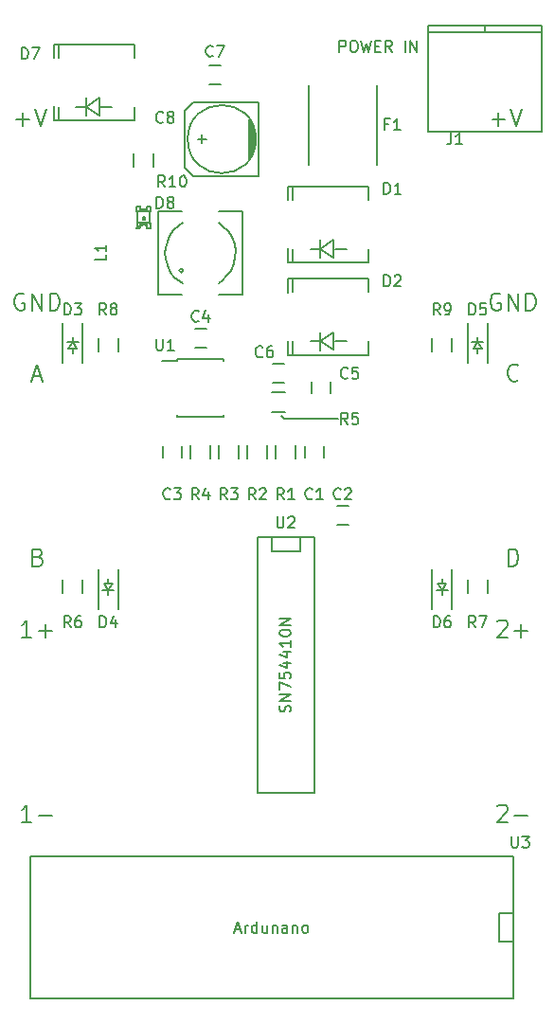
<source format=gto>
G04 #@! TF.FileFunction,Legend,Top*
%FSLAX46Y46*%
G04 Gerber Fmt 4.6, Leading zero omitted, Abs format (unit mm)*
G04 Created by KiCad (PCBNEW 0.201508110901+6083~28~ubuntu14.04.1-product) date jue 10 sep 2015 21:39:29 CEST*
%MOMM*%
G01*
G04 APERTURE LIST*
%ADD10C,0.101600*%
%ADD11C,0.203200*%
%ADD12C,0.200000*%
%ADD13C,0.150000*%
%ADD14C,0.152400*%
G04 APERTURE END LIST*
D10*
D11*
X173246143Y-119960571D02*
X173318714Y-119888000D01*
X173463857Y-119815429D01*
X173826714Y-119815429D01*
X173971857Y-119888000D01*
X174044428Y-119960571D01*
X174117000Y-120105714D01*
X174117000Y-120250857D01*
X174044428Y-120468571D01*
X173173571Y-121339429D01*
X174117000Y-121339429D01*
X174770143Y-120758857D02*
X175931286Y-120758857D01*
X173246143Y-103450571D02*
X173318714Y-103378000D01*
X173463857Y-103305429D01*
X173826714Y-103305429D01*
X173971857Y-103378000D01*
X174044428Y-103450571D01*
X174117000Y-103595714D01*
X174117000Y-103740857D01*
X174044428Y-103958571D01*
X173173571Y-104829429D01*
X174117000Y-104829429D01*
X174770143Y-104248857D02*
X175931286Y-104248857D01*
X175350715Y-104829429D02*
X175350715Y-103668286D01*
X131572000Y-121339429D02*
X130701143Y-121339429D01*
X131136571Y-121339429D02*
X131136571Y-119815429D01*
X130991428Y-120033143D01*
X130846286Y-120178286D01*
X130701143Y-120250857D01*
X132225143Y-120758857D02*
X133386286Y-120758857D01*
X131572000Y-104829429D02*
X130701143Y-104829429D01*
X131136571Y-104829429D02*
X131136571Y-103305429D01*
X130991428Y-103523143D01*
X130846286Y-103668286D01*
X130701143Y-103740857D01*
X132225143Y-104248857D02*
X133386286Y-104248857D01*
X132805715Y-104829429D02*
X132805715Y-103668286D01*
X130211286Y-58528857D02*
X131372429Y-58528857D01*
X130791858Y-59109429D02*
X130791858Y-57948286D01*
X131880429Y-57585429D02*
X132388429Y-59109429D01*
X132896429Y-57585429D01*
X172756286Y-58528857D02*
X173917429Y-58528857D01*
X173336858Y-59109429D02*
X173336858Y-57948286D01*
X174425429Y-57585429D02*
X174933429Y-59109429D01*
X175441429Y-57585429D01*
X173463858Y-74168000D02*
X173318715Y-74095429D01*
X173101001Y-74095429D01*
X172883286Y-74168000D01*
X172738144Y-74313143D01*
X172665572Y-74458286D01*
X172593001Y-74748571D01*
X172593001Y-74966286D01*
X172665572Y-75256571D01*
X172738144Y-75401714D01*
X172883286Y-75546857D01*
X173101001Y-75619429D01*
X173246144Y-75619429D01*
X173463858Y-75546857D01*
X173536429Y-75474286D01*
X173536429Y-74966286D01*
X173246144Y-74966286D01*
X174189572Y-75619429D02*
X174189572Y-74095429D01*
X175060429Y-75619429D01*
X175060429Y-74095429D01*
X175786143Y-75619429D02*
X175786143Y-74095429D01*
X176149000Y-74095429D01*
X176366715Y-74168000D01*
X176511857Y-74313143D01*
X176584429Y-74458286D01*
X176657000Y-74748571D01*
X176657000Y-74966286D01*
X176584429Y-75256571D01*
X176511857Y-75401714D01*
X176366715Y-75546857D01*
X176149000Y-75619429D01*
X175786143Y-75619429D01*
X130918858Y-74168000D02*
X130773715Y-74095429D01*
X130556001Y-74095429D01*
X130338286Y-74168000D01*
X130193144Y-74313143D01*
X130120572Y-74458286D01*
X130048001Y-74748571D01*
X130048001Y-74966286D01*
X130120572Y-75256571D01*
X130193144Y-75401714D01*
X130338286Y-75546857D01*
X130556001Y-75619429D01*
X130701144Y-75619429D01*
X130918858Y-75546857D01*
X130991429Y-75474286D01*
X130991429Y-74966286D01*
X130701144Y-74966286D01*
X131644572Y-75619429D02*
X131644572Y-74095429D01*
X132515429Y-75619429D01*
X132515429Y-74095429D01*
X133241143Y-75619429D02*
X133241143Y-74095429D01*
X133604000Y-74095429D01*
X133821715Y-74168000D01*
X133966857Y-74313143D01*
X134039429Y-74458286D01*
X134112000Y-74748571D01*
X134112000Y-74966286D01*
X134039429Y-75256571D01*
X133966857Y-75401714D01*
X133821715Y-75546857D01*
X133604000Y-75619429D01*
X133241143Y-75619429D01*
X175096714Y-81824286D02*
X175024143Y-81896857D01*
X174806429Y-81969429D01*
X174661286Y-81969429D01*
X174443571Y-81896857D01*
X174298429Y-81751714D01*
X174225857Y-81606571D01*
X174153286Y-81316286D01*
X174153286Y-81098571D01*
X174225857Y-80808286D01*
X174298429Y-80663143D01*
X174443571Y-80518000D01*
X174661286Y-80445429D01*
X174806429Y-80445429D01*
X175024143Y-80518000D01*
X175096714Y-80590571D01*
X174225857Y-98479429D02*
X174225857Y-96955429D01*
X174588714Y-96955429D01*
X174806429Y-97028000D01*
X174951571Y-97173143D01*
X175024143Y-97318286D01*
X175096714Y-97608571D01*
X175096714Y-97826286D01*
X175024143Y-98116571D01*
X174951571Y-98261714D01*
X174806429Y-98406857D01*
X174588714Y-98479429D01*
X174225857Y-98479429D01*
X132188857Y-97681143D02*
X132406571Y-97753714D01*
X132479143Y-97826286D01*
X132551714Y-97971429D01*
X132551714Y-98189143D01*
X132479143Y-98334286D01*
X132406571Y-98406857D01*
X132261429Y-98479429D01*
X131680857Y-98479429D01*
X131680857Y-96955429D01*
X132188857Y-96955429D01*
X132334000Y-97028000D01*
X132406571Y-97100571D01*
X132479143Y-97245714D01*
X132479143Y-97390857D01*
X132406571Y-97536000D01*
X132334000Y-97608571D01*
X132188857Y-97681143D01*
X131680857Y-97681143D01*
X131717143Y-81534000D02*
X132442857Y-81534000D01*
X131572000Y-81969429D02*
X132080000Y-80445429D01*
X132588000Y-81969429D01*
D12*
X154178000Y-85344000D02*
X159004000Y-85344000D01*
X153924000Y-85090000D02*
X154178000Y-85344000D01*
D13*
X174625000Y-137160000D02*
X131445000Y-137160000D01*
X131445000Y-137160000D02*
X131445000Y-124460000D01*
X131445000Y-124460000D02*
X174625000Y-124460000D01*
X174625000Y-124460000D02*
X174625000Y-137160000D01*
X174625000Y-129540000D02*
X173355000Y-129540000D01*
X173355000Y-129540000D02*
X173355000Y-132080000D01*
X173355000Y-132080000D02*
X174625000Y-132080000D01*
X157695000Y-88765000D02*
X157695000Y-87765000D01*
X155995000Y-87765000D02*
X155995000Y-88765000D01*
X159885000Y-93130000D02*
X158885000Y-93130000D01*
X158885000Y-94830000D02*
X159885000Y-94830000D01*
X144995000Y-88765000D02*
X144995000Y-87765000D01*
X143295000Y-87765000D02*
X143295000Y-88765000D01*
X146185000Y-78955000D02*
X147185000Y-78955000D01*
X147185000Y-77255000D02*
X146185000Y-77255000D01*
X156630000Y-82050000D02*
X156630000Y-83050000D01*
X158330000Y-83050000D02*
X158330000Y-82050000D01*
X154170000Y-80430000D02*
X153170000Y-80430000D01*
X153170000Y-82130000D02*
X154170000Y-82130000D01*
X148455000Y-53760000D02*
X147455000Y-53760000D01*
X147455000Y-55460000D02*
X148455000Y-55460000D01*
X151511000Y-61087000D02*
X151511000Y-59563000D01*
X151384000Y-59182000D02*
X151384000Y-61468000D01*
X151257000Y-61722000D02*
X151257000Y-58928000D01*
X151130000Y-58674000D02*
X151130000Y-61976000D01*
X151003000Y-62103000D02*
X151003000Y-58547000D01*
X151638000Y-60325000D02*
G75*
G03X151638000Y-60325000I-3048000J0D01*
G01*
X151892000Y-63627000D02*
X151892000Y-57023000D01*
X151892000Y-57023000D02*
X146050000Y-57023000D01*
X146050000Y-57023000D02*
X145288000Y-57785000D01*
X145288000Y-57785000D02*
X145288000Y-62865000D01*
X145288000Y-62865000D02*
X146050000Y-63627000D01*
X146050000Y-63627000D02*
X151892000Y-63627000D01*
X146431000Y-60325000D02*
X147193000Y-60325000D01*
X146812000Y-60706000D02*
X146812000Y-59944000D01*
X157419040Y-70144640D02*
X156517340Y-70144640D01*
X158716980Y-70144640D02*
X159715200Y-70144640D01*
X154965540Y-71346060D02*
X154965540Y-70144640D01*
X154965540Y-64543940D02*
X154965540Y-65745360D01*
X161714180Y-71346060D02*
X161714180Y-70144640D01*
X161714180Y-64543940D02*
X161714180Y-65745360D01*
X154515820Y-71346060D02*
X154515820Y-70093840D01*
X154515820Y-64543940D02*
X154515820Y-65796160D01*
X157419040Y-69344540D02*
X157419040Y-70944740D01*
X158567120Y-70893940D02*
X158567120Y-69344540D01*
X157416500Y-70144640D02*
X158567120Y-70893940D01*
X157419040Y-70144640D02*
X158569660Y-69344540D01*
X154515820Y-71346060D02*
X161714180Y-71346060D01*
X154515820Y-64543940D02*
X161714180Y-64543940D01*
X157419040Y-78399640D02*
X156517340Y-78399640D01*
X158716980Y-78399640D02*
X159715200Y-78399640D01*
X154965540Y-79601060D02*
X154965540Y-78399640D01*
X154965540Y-72798940D02*
X154965540Y-74000360D01*
X161714180Y-79601060D02*
X161714180Y-78399640D01*
X161714180Y-72798940D02*
X161714180Y-74000360D01*
X154515820Y-79601060D02*
X154515820Y-78348840D01*
X154515820Y-72798940D02*
X154515820Y-74051160D01*
X157419040Y-77599540D02*
X157419040Y-79199740D01*
X158567120Y-79148940D02*
X158567120Y-77599540D01*
X157416500Y-78399640D02*
X158567120Y-79148940D01*
X157419040Y-78399640D02*
X158569660Y-77599540D01*
X154515820Y-79601060D02*
X161714180Y-79601060D01*
X154515820Y-72798940D02*
X161714180Y-72798940D01*
X135255000Y-79057500D02*
X135255000Y-79438500D01*
X135255000Y-78041500D02*
X135255000Y-78422500D01*
X135255000Y-78422500D02*
X135636000Y-79057500D01*
X135636000Y-79057500D02*
X134874000Y-79057500D01*
X134874000Y-79057500D02*
X135255000Y-78422500D01*
X135763000Y-78422500D02*
X134747000Y-78422500D01*
X134355000Y-76740000D02*
X134355000Y-80280000D01*
X136155000Y-76740000D02*
X136155000Y-80280000D01*
X138430000Y-100012500D02*
X138430000Y-99631500D01*
X138430000Y-101028500D02*
X138430000Y-100647500D01*
X138430000Y-100647500D02*
X138049000Y-100012500D01*
X138049000Y-100012500D02*
X138811000Y-100012500D01*
X138811000Y-100012500D02*
X138430000Y-100647500D01*
X137922000Y-100647500D02*
X138938000Y-100647500D01*
X139330000Y-102330000D02*
X139330000Y-98790000D01*
X137530000Y-102330000D02*
X137530000Y-98790000D01*
X171450000Y-79057500D02*
X171450000Y-79438500D01*
X171450000Y-78041500D02*
X171450000Y-78422500D01*
X171450000Y-78422500D02*
X171831000Y-79057500D01*
X171831000Y-79057500D02*
X171069000Y-79057500D01*
X171069000Y-79057500D02*
X171450000Y-78422500D01*
X171958000Y-78422500D02*
X170942000Y-78422500D01*
X170550000Y-76740000D02*
X170550000Y-80280000D01*
X172350000Y-76740000D02*
X172350000Y-80280000D01*
X168275000Y-100012500D02*
X168275000Y-99631500D01*
X168275000Y-101028500D02*
X168275000Y-100647500D01*
X168275000Y-100647500D02*
X167894000Y-100012500D01*
X167894000Y-100012500D02*
X168656000Y-100012500D01*
X168656000Y-100012500D02*
X168275000Y-100647500D01*
X167767000Y-100647500D02*
X168783000Y-100647500D01*
X169175000Y-102330000D02*
X169175000Y-98790000D01*
X167375000Y-102330000D02*
X167375000Y-98790000D01*
X136464040Y-57444640D02*
X135562340Y-57444640D01*
X137761980Y-57444640D02*
X138760200Y-57444640D01*
X134010540Y-58646060D02*
X134010540Y-57444640D01*
X134010540Y-51843940D02*
X134010540Y-53045360D01*
X140759180Y-58646060D02*
X140759180Y-57444640D01*
X140759180Y-51843940D02*
X140759180Y-53045360D01*
X133560820Y-58646060D02*
X133560820Y-57393840D01*
X133560820Y-51843940D02*
X133560820Y-53096160D01*
X136464040Y-56644540D02*
X136464040Y-58244740D01*
X137612120Y-58193940D02*
X137612120Y-56644540D01*
X136461500Y-57444640D02*
X137612120Y-58193940D01*
X136464040Y-57444640D02*
X137614660Y-56644540D01*
X133560820Y-58646060D02*
X140759180Y-58646060D01*
X133560820Y-51843940D02*
X140759180Y-51843940D01*
X162433000Y-55499000D02*
X162433000Y-62611000D01*
X156337000Y-55499000D02*
X156337000Y-62611000D01*
X145114581Y-72085200D02*
G75*
G03X145114581Y-72085200I-179641J0D01*
G01*
X148285200Y-73235820D02*
X148635720Y-72984360D01*
X148635720Y-72984360D02*
X149034500Y-72534780D01*
X149034500Y-72534780D02*
X149385020Y-72085200D01*
X149385020Y-72085200D02*
X149684740Y-71434960D01*
X149684740Y-71434960D02*
X149783800Y-70835520D01*
X149783800Y-70835520D02*
X149834600Y-70335140D01*
X149834600Y-70335140D02*
X149735540Y-69735700D01*
X149735540Y-69735700D02*
X149484080Y-69085460D01*
X149484080Y-69085460D02*
X149136100Y-68534280D01*
X149136100Y-68534280D02*
X148683980Y-68084700D01*
X148683980Y-68084700D02*
X148285200Y-67784980D01*
X145084800Y-67784980D02*
X144734280Y-68033900D01*
X144734280Y-68033900D02*
X144284700Y-68486020D01*
X144284700Y-68486020D02*
X143934180Y-68983860D01*
X143934180Y-68983860D02*
X143736060Y-69484240D01*
X143736060Y-69484240D02*
X143586200Y-70086220D01*
X143586200Y-70086220D02*
X143535400Y-70485000D01*
X143535400Y-70485000D02*
X143586200Y-71036180D01*
X143586200Y-71036180D02*
X143736060Y-71635620D01*
X143736060Y-71635620D02*
X144035780Y-72235060D01*
X144035780Y-72235060D02*
X144383760Y-72684640D01*
X144383760Y-72684640D02*
X144835880Y-73035160D01*
X144835880Y-73035160D02*
X145084800Y-73235820D01*
X142935960Y-66735960D02*
X145034000Y-66735960D01*
X148336000Y-74234040D02*
X150434040Y-74234040D01*
X150434040Y-74234040D02*
X150434040Y-66735960D01*
X150434040Y-66735960D02*
X148336000Y-66735960D01*
X142935960Y-66735960D02*
X142935960Y-74234040D01*
X142935960Y-74234040D02*
X145034000Y-74234040D01*
X153430000Y-88865000D02*
X153430000Y-87665000D01*
X155180000Y-87665000D02*
X155180000Y-88865000D01*
X152640000Y-87665000D02*
X152640000Y-88865000D01*
X150890000Y-88865000D02*
X150890000Y-87665000D01*
X150100000Y-87665000D02*
X150100000Y-88865000D01*
X148350000Y-88865000D02*
X148350000Y-87665000D01*
X145810000Y-88865000D02*
X145810000Y-87665000D01*
X147560000Y-87665000D02*
X147560000Y-88865000D01*
X154270000Y-84695000D02*
X153070000Y-84695000D01*
X153070000Y-82945000D02*
X154270000Y-82945000D01*
X134380000Y-100930000D02*
X134380000Y-99730000D01*
X136130000Y-99730000D02*
X136130000Y-100930000D01*
X170575000Y-100930000D02*
X170575000Y-99730000D01*
X172325000Y-99730000D02*
X172325000Y-100930000D01*
X139305000Y-78140000D02*
X139305000Y-79340000D01*
X137555000Y-79340000D02*
X137555000Y-78140000D01*
X169150000Y-78140000D02*
X169150000Y-79340000D01*
X167400000Y-79340000D02*
X167400000Y-78140000D01*
X144610000Y-79975000D02*
X144610000Y-80120000D01*
X148760000Y-79975000D02*
X148760000Y-80120000D01*
X148760000Y-85125000D02*
X148760000Y-84980000D01*
X144610000Y-85125000D02*
X144610000Y-84980000D01*
X144610000Y-79975000D02*
X148760000Y-79975000D01*
X144610000Y-85125000D02*
X148760000Y-85125000D01*
X144610000Y-80120000D02*
X143210000Y-80120000D01*
X155575000Y-95885000D02*
X155575000Y-95885000D01*
X155575000Y-95885000D02*
X155575000Y-97155000D01*
X155575000Y-97155000D02*
X153035000Y-97155000D01*
X153035000Y-97155000D02*
X153035000Y-95885000D01*
X156845000Y-95885000D02*
X156845000Y-118745000D01*
X156845000Y-118745000D02*
X151765000Y-118745000D01*
X151765000Y-118745000D02*
X151765000Y-95885000D01*
X151765000Y-95885000D02*
X156845000Y-95885000D01*
X141904720Y-67807840D02*
X142229840Y-67807840D01*
X142229840Y-67807840D02*
X142229840Y-68308220D01*
X141904720Y-68308220D02*
X142229840Y-68308220D01*
X141904720Y-67807840D02*
X141904720Y-68308220D01*
X141282420Y-67807840D02*
X141432280Y-67807840D01*
X141432280Y-67807840D02*
X141432280Y-68059300D01*
X141282420Y-68059300D02*
X141432280Y-68059300D01*
X141282420Y-67807840D02*
X141282420Y-68059300D01*
X141777720Y-67807840D02*
X141927580Y-67807840D01*
X141927580Y-67807840D02*
X141927580Y-68059300D01*
X141777720Y-68059300D02*
X141927580Y-68059300D01*
X141777720Y-67807840D02*
X141777720Y-68059300D01*
X141406880Y-67807840D02*
X141803120Y-67807840D01*
X141803120Y-67807840D02*
X141803120Y-67983100D01*
X141406880Y-67983100D02*
X141803120Y-67983100D01*
X141406880Y-67807840D02*
X141406880Y-67983100D01*
X141904720Y-66311780D02*
X142229840Y-66311780D01*
X142229840Y-66311780D02*
X142229840Y-66812160D01*
X141904720Y-66812160D02*
X142229840Y-66812160D01*
X141904720Y-66311780D02*
X141904720Y-66812160D01*
X140980160Y-66311780D02*
X141305280Y-66311780D01*
X141305280Y-66311780D02*
X141305280Y-66812160D01*
X140980160Y-66812160D02*
X141305280Y-66812160D01*
X140980160Y-66311780D02*
X140980160Y-66812160D01*
X141777720Y-66560700D02*
X141927580Y-66560700D01*
X141927580Y-66560700D02*
X141927580Y-66812160D01*
X141777720Y-66812160D02*
X141927580Y-66812160D01*
X141777720Y-66560700D02*
X141777720Y-66812160D01*
X141282420Y-66560700D02*
X141432280Y-66560700D01*
X141432280Y-66560700D02*
X141432280Y-66812160D01*
X141282420Y-66812160D02*
X141432280Y-66812160D01*
X141282420Y-66560700D02*
X141282420Y-66812160D01*
X141406880Y-66636900D02*
X141803120Y-66636900D01*
X141803120Y-66636900D02*
X141803120Y-66812160D01*
X141406880Y-66812160D02*
X141803120Y-66812160D01*
X141406880Y-66636900D02*
X141406880Y-66812160D01*
X141505940Y-67310000D02*
X141704060Y-67310000D01*
X141704060Y-67310000D02*
X141704060Y-67508120D01*
X141505940Y-67508120D02*
X141704060Y-67508120D01*
X141505940Y-67310000D02*
X141505940Y-67508120D01*
X141005560Y-67807840D02*
X141305280Y-67807840D01*
X141305280Y-67807840D02*
X141305280Y-68107560D01*
X141005560Y-68107560D02*
X141305280Y-68107560D01*
X141005560Y-67807840D02*
X141005560Y-68107560D01*
X140980160Y-68234560D02*
X141206220Y-68234560D01*
X141206220Y-68234560D02*
X141206220Y-68308220D01*
X140980160Y-68308220D02*
X141206220Y-68308220D01*
X140980160Y-68234560D02*
X140980160Y-68308220D01*
X142179040Y-67833240D02*
X142179040Y-66786760D01*
X141030960Y-66812160D02*
X141030960Y-68234560D01*
X141227262Y-68158360D02*
G75*
G03X141227262Y-68158360I-71842J0D01*
G01*
X141257020Y-68308220D02*
G75*
G02X141952980Y-68308220I347980J0D01*
G01*
X141952980Y-66311780D02*
G75*
G02X141257020Y-66311780I-347980J0D01*
G01*
X140730000Y-62830000D02*
X140730000Y-61630000D01*
X142480000Y-61630000D02*
X142480000Y-62830000D01*
D14*
X177165000Y-50165000D02*
X177165000Y-59690000D01*
X167005000Y-59690000D02*
X167005000Y-50165000D01*
X177165000Y-59690000D02*
X167005000Y-59690000D01*
X177165000Y-50800000D02*
X167005000Y-50800000D01*
X177165000Y-50165000D02*
X167005000Y-50165000D01*
X172085000Y-50800000D02*
X172085000Y-50165000D01*
D13*
X174498095Y-122642381D02*
X174498095Y-123451905D01*
X174545714Y-123547143D01*
X174593333Y-123594762D01*
X174688571Y-123642381D01*
X174879048Y-123642381D01*
X174974286Y-123594762D01*
X175021905Y-123547143D01*
X175069524Y-123451905D01*
X175069524Y-122642381D01*
X175450476Y-122642381D02*
X176069524Y-122642381D01*
X175736190Y-123023333D01*
X175879048Y-123023333D01*
X175974286Y-123070952D01*
X176021905Y-123118571D01*
X176069524Y-123213810D01*
X176069524Y-123451905D01*
X176021905Y-123547143D01*
X175974286Y-123594762D01*
X175879048Y-123642381D01*
X175593333Y-123642381D01*
X175498095Y-123594762D01*
X175450476Y-123547143D01*
X149773095Y-130976667D02*
X150249286Y-130976667D01*
X149677857Y-131262381D02*
X150011190Y-130262381D01*
X150344524Y-131262381D01*
X150677857Y-131262381D02*
X150677857Y-130595714D01*
X150677857Y-130786190D02*
X150725476Y-130690952D01*
X150773095Y-130643333D01*
X150868333Y-130595714D01*
X150963572Y-130595714D01*
X151725477Y-131262381D02*
X151725477Y-130262381D01*
X151725477Y-131214762D02*
X151630239Y-131262381D01*
X151439762Y-131262381D01*
X151344524Y-131214762D01*
X151296905Y-131167143D01*
X151249286Y-131071905D01*
X151249286Y-130786190D01*
X151296905Y-130690952D01*
X151344524Y-130643333D01*
X151439762Y-130595714D01*
X151630239Y-130595714D01*
X151725477Y-130643333D01*
X152630239Y-130595714D02*
X152630239Y-131262381D01*
X152201667Y-130595714D02*
X152201667Y-131119524D01*
X152249286Y-131214762D01*
X152344524Y-131262381D01*
X152487382Y-131262381D01*
X152582620Y-131214762D01*
X152630239Y-131167143D01*
X153106429Y-130595714D02*
X153106429Y-131262381D01*
X153106429Y-130690952D02*
X153154048Y-130643333D01*
X153249286Y-130595714D01*
X153392144Y-130595714D01*
X153487382Y-130643333D01*
X153535001Y-130738571D01*
X153535001Y-131262381D01*
X154439763Y-131262381D02*
X154439763Y-130738571D01*
X154392144Y-130643333D01*
X154296906Y-130595714D01*
X154106429Y-130595714D01*
X154011191Y-130643333D01*
X154439763Y-131214762D02*
X154344525Y-131262381D01*
X154106429Y-131262381D01*
X154011191Y-131214762D01*
X153963572Y-131119524D01*
X153963572Y-131024286D01*
X154011191Y-130929048D01*
X154106429Y-130881429D01*
X154344525Y-130881429D01*
X154439763Y-130833810D01*
X154915953Y-130595714D02*
X154915953Y-131262381D01*
X154915953Y-130690952D02*
X154963572Y-130643333D01*
X155058810Y-130595714D01*
X155201668Y-130595714D01*
X155296906Y-130643333D01*
X155344525Y-130738571D01*
X155344525Y-131262381D01*
X155963572Y-131262381D02*
X155868334Y-131214762D01*
X155820715Y-131167143D01*
X155773096Y-131071905D01*
X155773096Y-130786190D01*
X155820715Y-130690952D01*
X155868334Y-130643333D01*
X155963572Y-130595714D01*
X156106430Y-130595714D01*
X156201668Y-130643333D01*
X156249287Y-130690952D01*
X156296906Y-130786190D01*
X156296906Y-131071905D01*
X156249287Y-131167143D01*
X156201668Y-131214762D01*
X156106430Y-131262381D01*
X155963572Y-131262381D01*
X156678334Y-92432143D02*
X156630715Y-92479762D01*
X156487858Y-92527381D01*
X156392620Y-92527381D01*
X156249762Y-92479762D01*
X156154524Y-92384524D01*
X156106905Y-92289286D01*
X156059286Y-92098810D01*
X156059286Y-91955952D01*
X156106905Y-91765476D01*
X156154524Y-91670238D01*
X156249762Y-91575000D01*
X156392620Y-91527381D01*
X156487858Y-91527381D01*
X156630715Y-91575000D01*
X156678334Y-91622619D01*
X157630715Y-92527381D02*
X157059286Y-92527381D01*
X157345000Y-92527381D02*
X157345000Y-91527381D01*
X157249762Y-91670238D01*
X157154524Y-91765476D01*
X157059286Y-91813095D01*
X159218334Y-92432143D02*
X159170715Y-92479762D01*
X159027858Y-92527381D01*
X158932620Y-92527381D01*
X158789762Y-92479762D01*
X158694524Y-92384524D01*
X158646905Y-92289286D01*
X158599286Y-92098810D01*
X158599286Y-91955952D01*
X158646905Y-91765476D01*
X158694524Y-91670238D01*
X158789762Y-91575000D01*
X158932620Y-91527381D01*
X159027858Y-91527381D01*
X159170715Y-91575000D01*
X159218334Y-91622619D01*
X159599286Y-91622619D02*
X159646905Y-91575000D01*
X159742143Y-91527381D01*
X159980239Y-91527381D01*
X160075477Y-91575000D01*
X160123096Y-91622619D01*
X160170715Y-91717857D01*
X160170715Y-91813095D01*
X160123096Y-91955952D01*
X159551667Y-92527381D01*
X160170715Y-92527381D01*
X143978334Y-92432143D02*
X143930715Y-92479762D01*
X143787858Y-92527381D01*
X143692620Y-92527381D01*
X143549762Y-92479762D01*
X143454524Y-92384524D01*
X143406905Y-92289286D01*
X143359286Y-92098810D01*
X143359286Y-91955952D01*
X143406905Y-91765476D01*
X143454524Y-91670238D01*
X143549762Y-91575000D01*
X143692620Y-91527381D01*
X143787858Y-91527381D01*
X143930715Y-91575000D01*
X143978334Y-91622619D01*
X144311667Y-91527381D02*
X144930715Y-91527381D01*
X144597381Y-91908333D01*
X144740239Y-91908333D01*
X144835477Y-91955952D01*
X144883096Y-92003571D01*
X144930715Y-92098810D01*
X144930715Y-92336905D01*
X144883096Y-92432143D01*
X144835477Y-92479762D01*
X144740239Y-92527381D01*
X144454524Y-92527381D01*
X144359286Y-92479762D01*
X144311667Y-92432143D01*
X146518334Y-76557143D02*
X146470715Y-76604762D01*
X146327858Y-76652381D01*
X146232620Y-76652381D01*
X146089762Y-76604762D01*
X145994524Y-76509524D01*
X145946905Y-76414286D01*
X145899286Y-76223810D01*
X145899286Y-76080952D01*
X145946905Y-75890476D01*
X145994524Y-75795238D01*
X146089762Y-75700000D01*
X146232620Y-75652381D01*
X146327858Y-75652381D01*
X146470715Y-75700000D01*
X146518334Y-75747619D01*
X147375477Y-75985714D02*
X147375477Y-76652381D01*
X147137381Y-75604762D02*
X146899286Y-76319048D01*
X147518334Y-76319048D01*
X159853334Y-81637143D02*
X159805715Y-81684762D01*
X159662858Y-81732381D01*
X159567620Y-81732381D01*
X159424762Y-81684762D01*
X159329524Y-81589524D01*
X159281905Y-81494286D01*
X159234286Y-81303810D01*
X159234286Y-81160952D01*
X159281905Y-80970476D01*
X159329524Y-80875238D01*
X159424762Y-80780000D01*
X159567620Y-80732381D01*
X159662858Y-80732381D01*
X159805715Y-80780000D01*
X159853334Y-80827619D01*
X160758096Y-80732381D02*
X160281905Y-80732381D01*
X160234286Y-81208571D01*
X160281905Y-81160952D01*
X160377143Y-81113333D01*
X160615239Y-81113333D01*
X160710477Y-81160952D01*
X160758096Y-81208571D01*
X160805715Y-81303810D01*
X160805715Y-81541905D01*
X160758096Y-81637143D01*
X160710477Y-81684762D01*
X160615239Y-81732381D01*
X160377143Y-81732381D01*
X160281905Y-81684762D01*
X160234286Y-81637143D01*
X152233334Y-79732143D02*
X152185715Y-79779762D01*
X152042858Y-79827381D01*
X151947620Y-79827381D01*
X151804762Y-79779762D01*
X151709524Y-79684524D01*
X151661905Y-79589286D01*
X151614286Y-79398810D01*
X151614286Y-79255952D01*
X151661905Y-79065476D01*
X151709524Y-78970238D01*
X151804762Y-78875000D01*
X151947620Y-78827381D01*
X152042858Y-78827381D01*
X152185715Y-78875000D01*
X152233334Y-78922619D01*
X153090477Y-78827381D02*
X152900000Y-78827381D01*
X152804762Y-78875000D01*
X152757143Y-78922619D01*
X152661905Y-79065476D01*
X152614286Y-79255952D01*
X152614286Y-79636905D01*
X152661905Y-79732143D01*
X152709524Y-79779762D01*
X152804762Y-79827381D01*
X152995239Y-79827381D01*
X153090477Y-79779762D01*
X153138096Y-79732143D01*
X153185715Y-79636905D01*
X153185715Y-79398810D01*
X153138096Y-79303571D01*
X153090477Y-79255952D01*
X152995239Y-79208333D01*
X152804762Y-79208333D01*
X152709524Y-79255952D01*
X152661905Y-79303571D01*
X152614286Y-79398810D01*
X147788334Y-52867143D02*
X147740715Y-52914762D01*
X147597858Y-52962381D01*
X147502620Y-52962381D01*
X147359762Y-52914762D01*
X147264524Y-52819524D01*
X147216905Y-52724286D01*
X147169286Y-52533810D01*
X147169286Y-52390952D01*
X147216905Y-52200476D01*
X147264524Y-52105238D01*
X147359762Y-52010000D01*
X147502620Y-51962381D01*
X147597858Y-51962381D01*
X147740715Y-52010000D01*
X147788334Y-52057619D01*
X148121667Y-51962381D02*
X148788334Y-51962381D01*
X148359762Y-52962381D01*
X143343334Y-58777143D02*
X143295715Y-58824762D01*
X143152858Y-58872381D01*
X143057620Y-58872381D01*
X142914762Y-58824762D01*
X142819524Y-58729524D01*
X142771905Y-58634286D01*
X142724286Y-58443810D01*
X142724286Y-58300952D01*
X142771905Y-58110476D01*
X142819524Y-58015238D01*
X142914762Y-57920000D01*
X143057620Y-57872381D01*
X143152858Y-57872381D01*
X143295715Y-57920000D01*
X143343334Y-57967619D01*
X143914762Y-58300952D02*
X143819524Y-58253333D01*
X143771905Y-58205714D01*
X143724286Y-58110476D01*
X143724286Y-58062857D01*
X143771905Y-57967619D01*
X143819524Y-57920000D01*
X143914762Y-57872381D01*
X144105239Y-57872381D01*
X144200477Y-57920000D01*
X144248096Y-57967619D01*
X144295715Y-58062857D01*
X144295715Y-58110476D01*
X144248096Y-58205714D01*
X144200477Y-58253333D01*
X144105239Y-58300952D01*
X143914762Y-58300952D01*
X143819524Y-58348571D01*
X143771905Y-58396190D01*
X143724286Y-58491429D01*
X143724286Y-58681905D01*
X143771905Y-58777143D01*
X143819524Y-58824762D01*
X143914762Y-58872381D01*
X144105239Y-58872381D01*
X144200477Y-58824762D01*
X144248096Y-58777143D01*
X144295715Y-58681905D01*
X144295715Y-58491429D01*
X144248096Y-58396190D01*
X144200477Y-58348571D01*
X144105239Y-58300952D01*
X163091905Y-65222381D02*
X163091905Y-64222381D01*
X163330000Y-64222381D01*
X163472858Y-64270000D01*
X163568096Y-64365238D01*
X163615715Y-64460476D01*
X163663334Y-64650952D01*
X163663334Y-64793810D01*
X163615715Y-64984286D01*
X163568096Y-65079524D01*
X163472858Y-65174762D01*
X163330000Y-65222381D01*
X163091905Y-65222381D01*
X164615715Y-65222381D02*
X164044286Y-65222381D01*
X164330000Y-65222381D02*
X164330000Y-64222381D01*
X164234762Y-64365238D01*
X164139524Y-64460476D01*
X164044286Y-64508095D01*
X163091905Y-73477381D02*
X163091905Y-72477381D01*
X163330000Y-72477381D01*
X163472858Y-72525000D01*
X163568096Y-72620238D01*
X163615715Y-72715476D01*
X163663334Y-72905952D01*
X163663334Y-73048810D01*
X163615715Y-73239286D01*
X163568096Y-73334524D01*
X163472858Y-73429762D01*
X163330000Y-73477381D01*
X163091905Y-73477381D01*
X164044286Y-72572619D02*
X164091905Y-72525000D01*
X164187143Y-72477381D01*
X164425239Y-72477381D01*
X164520477Y-72525000D01*
X164568096Y-72572619D01*
X164615715Y-72667857D01*
X164615715Y-72763095D01*
X164568096Y-72905952D01*
X163996667Y-73477381D01*
X164615715Y-73477381D01*
X134516905Y-76017381D02*
X134516905Y-75017381D01*
X134755000Y-75017381D01*
X134897858Y-75065000D01*
X134993096Y-75160238D01*
X135040715Y-75255476D01*
X135088334Y-75445952D01*
X135088334Y-75588810D01*
X135040715Y-75779286D01*
X134993096Y-75874524D01*
X134897858Y-75969762D01*
X134755000Y-76017381D01*
X134516905Y-76017381D01*
X135421667Y-75017381D02*
X136040715Y-75017381D01*
X135707381Y-75398333D01*
X135850239Y-75398333D01*
X135945477Y-75445952D01*
X135993096Y-75493571D01*
X136040715Y-75588810D01*
X136040715Y-75826905D01*
X135993096Y-75922143D01*
X135945477Y-75969762D01*
X135850239Y-76017381D01*
X135564524Y-76017381D01*
X135469286Y-75969762D01*
X135421667Y-75922143D01*
X137691905Y-103957381D02*
X137691905Y-102957381D01*
X137930000Y-102957381D01*
X138072858Y-103005000D01*
X138168096Y-103100238D01*
X138215715Y-103195476D01*
X138263334Y-103385952D01*
X138263334Y-103528810D01*
X138215715Y-103719286D01*
X138168096Y-103814524D01*
X138072858Y-103909762D01*
X137930000Y-103957381D01*
X137691905Y-103957381D01*
X139120477Y-103290714D02*
X139120477Y-103957381D01*
X138882381Y-102909762D02*
X138644286Y-103624048D01*
X139263334Y-103624048D01*
X170711905Y-76017381D02*
X170711905Y-75017381D01*
X170950000Y-75017381D01*
X171092858Y-75065000D01*
X171188096Y-75160238D01*
X171235715Y-75255476D01*
X171283334Y-75445952D01*
X171283334Y-75588810D01*
X171235715Y-75779286D01*
X171188096Y-75874524D01*
X171092858Y-75969762D01*
X170950000Y-76017381D01*
X170711905Y-76017381D01*
X172188096Y-75017381D02*
X171711905Y-75017381D01*
X171664286Y-75493571D01*
X171711905Y-75445952D01*
X171807143Y-75398333D01*
X172045239Y-75398333D01*
X172140477Y-75445952D01*
X172188096Y-75493571D01*
X172235715Y-75588810D01*
X172235715Y-75826905D01*
X172188096Y-75922143D01*
X172140477Y-75969762D01*
X172045239Y-76017381D01*
X171807143Y-76017381D01*
X171711905Y-75969762D01*
X171664286Y-75922143D01*
X167536905Y-103957381D02*
X167536905Y-102957381D01*
X167775000Y-102957381D01*
X167917858Y-103005000D01*
X168013096Y-103100238D01*
X168060715Y-103195476D01*
X168108334Y-103385952D01*
X168108334Y-103528810D01*
X168060715Y-103719286D01*
X168013096Y-103814524D01*
X167917858Y-103909762D01*
X167775000Y-103957381D01*
X167536905Y-103957381D01*
X168965477Y-102957381D02*
X168775000Y-102957381D01*
X168679762Y-103005000D01*
X168632143Y-103052619D01*
X168536905Y-103195476D01*
X168489286Y-103385952D01*
X168489286Y-103766905D01*
X168536905Y-103862143D01*
X168584524Y-103909762D01*
X168679762Y-103957381D01*
X168870239Y-103957381D01*
X168965477Y-103909762D01*
X169013096Y-103862143D01*
X169060715Y-103766905D01*
X169060715Y-103528810D01*
X169013096Y-103433571D01*
X168965477Y-103385952D01*
X168870239Y-103338333D01*
X168679762Y-103338333D01*
X168584524Y-103385952D01*
X168536905Y-103433571D01*
X168489286Y-103528810D01*
X130706905Y-53157381D02*
X130706905Y-52157381D01*
X130945000Y-52157381D01*
X131087858Y-52205000D01*
X131183096Y-52300238D01*
X131230715Y-52395476D01*
X131278334Y-52585952D01*
X131278334Y-52728810D01*
X131230715Y-52919286D01*
X131183096Y-53014524D01*
X131087858Y-53109762D01*
X130945000Y-53157381D01*
X130706905Y-53157381D01*
X131611667Y-52157381D02*
X132278334Y-52157381D01*
X131849762Y-53157381D01*
X163496667Y-58983571D02*
X163163333Y-58983571D01*
X163163333Y-59507381D02*
X163163333Y-58507381D01*
X163639524Y-58507381D01*
X164544286Y-59507381D02*
X163972857Y-59507381D01*
X164258571Y-59507381D02*
X164258571Y-58507381D01*
X164163333Y-58650238D01*
X164068095Y-58745476D01*
X163972857Y-58793095D01*
X138247381Y-70651666D02*
X138247381Y-71127857D01*
X137247381Y-71127857D01*
X138247381Y-69794523D02*
X138247381Y-70365952D01*
X138247381Y-70080238D02*
X137247381Y-70080238D01*
X137390238Y-70175476D01*
X137485476Y-70270714D01*
X137533095Y-70365952D01*
X154138334Y-92527381D02*
X153805000Y-92051190D01*
X153566905Y-92527381D02*
X153566905Y-91527381D01*
X153947858Y-91527381D01*
X154043096Y-91575000D01*
X154090715Y-91622619D01*
X154138334Y-91717857D01*
X154138334Y-91860714D01*
X154090715Y-91955952D01*
X154043096Y-92003571D01*
X153947858Y-92051190D01*
X153566905Y-92051190D01*
X155090715Y-92527381D02*
X154519286Y-92527381D01*
X154805000Y-92527381D02*
X154805000Y-91527381D01*
X154709762Y-91670238D01*
X154614524Y-91765476D01*
X154519286Y-91813095D01*
X151598334Y-92527381D02*
X151265000Y-92051190D01*
X151026905Y-92527381D02*
X151026905Y-91527381D01*
X151407858Y-91527381D01*
X151503096Y-91575000D01*
X151550715Y-91622619D01*
X151598334Y-91717857D01*
X151598334Y-91860714D01*
X151550715Y-91955952D01*
X151503096Y-92003571D01*
X151407858Y-92051190D01*
X151026905Y-92051190D01*
X151979286Y-91622619D02*
X152026905Y-91575000D01*
X152122143Y-91527381D01*
X152360239Y-91527381D01*
X152455477Y-91575000D01*
X152503096Y-91622619D01*
X152550715Y-91717857D01*
X152550715Y-91813095D01*
X152503096Y-91955952D01*
X151931667Y-92527381D01*
X152550715Y-92527381D01*
X149058334Y-92527381D02*
X148725000Y-92051190D01*
X148486905Y-92527381D02*
X148486905Y-91527381D01*
X148867858Y-91527381D01*
X148963096Y-91575000D01*
X149010715Y-91622619D01*
X149058334Y-91717857D01*
X149058334Y-91860714D01*
X149010715Y-91955952D01*
X148963096Y-92003571D01*
X148867858Y-92051190D01*
X148486905Y-92051190D01*
X149391667Y-91527381D02*
X150010715Y-91527381D01*
X149677381Y-91908333D01*
X149820239Y-91908333D01*
X149915477Y-91955952D01*
X149963096Y-92003571D01*
X150010715Y-92098810D01*
X150010715Y-92336905D01*
X149963096Y-92432143D01*
X149915477Y-92479762D01*
X149820239Y-92527381D01*
X149534524Y-92527381D01*
X149439286Y-92479762D01*
X149391667Y-92432143D01*
X146518334Y-92527381D02*
X146185000Y-92051190D01*
X145946905Y-92527381D02*
X145946905Y-91527381D01*
X146327858Y-91527381D01*
X146423096Y-91575000D01*
X146470715Y-91622619D01*
X146518334Y-91717857D01*
X146518334Y-91860714D01*
X146470715Y-91955952D01*
X146423096Y-92003571D01*
X146327858Y-92051190D01*
X145946905Y-92051190D01*
X147375477Y-91860714D02*
X147375477Y-92527381D01*
X147137381Y-91479762D02*
X146899286Y-92194048D01*
X147518334Y-92194048D01*
X159853334Y-85796381D02*
X159520000Y-85320190D01*
X159281905Y-85796381D02*
X159281905Y-84796381D01*
X159662858Y-84796381D01*
X159758096Y-84844000D01*
X159805715Y-84891619D01*
X159853334Y-84986857D01*
X159853334Y-85129714D01*
X159805715Y-85224952D01*
X159758096Y-85272571D01*
X159662858Y-85320190D01*
X159281905Y-85320190D01*
X160758096Y-84796381D02*
X160281905Y-84796381D01*
X160234286Y-85272571D01*
X160281905Y-85224952D01*
X160377143Y-85177333D01*
X160615239Y-85177333D01*
X160710477Y-85224952D01*
X160758096Y-85272571D01*
X160805715Y-85367810D01*
X160805715Y-85605905D01*
X160758096Y-85701143D01*
X160710477Y-85748762D01*
X160615239Y-85796381D01*
X160377143Y-85796381D01*
X160281905Y-85748762D01*
X160234286Y-85701143D01*
X135088334Y-103957381D02*
X134755000Y-103481190D01*
X134516905Y-103957381D02*
X134516905Y-102957381D01*
X134897858Y-102957381D01*
X134993096Y-103005000D01*
X135040715Y-103052619D01*
X135088334Y-103147857D01*
X135088334Y-103290714D01*
X135040715Y-103385952D01*
X134993096Y-103433571D01*
X134897858Y-103481190D01*
X134516905Y-103481190D01*
X135945477Y-102957381D02*
X135755000Y-102957381D01*
X135659762Y-103005000D01*
X135612143Y-103052619D01*
X135516905Y-103195476D01*
X135469286Y-103385952D01*
X135469286Y-103766905D01*
X135516905Y-103862143D01*
X135564524Y-103909762D01*
X135659762Y-103957381D01*
X135850239Y-103957381D01*
X135945477Y-103909762D01*
X135993096Y-103862143D01*
X136040715Y-103766905D01*
X136040715Y-103528810D01*
X135993096Y-103433571D01*
X135945477Y-103385952D01*
X135850239Y-103338333D01*
X135659762Y-103338333D01*
X135564524Y-103385952D01*
X135516905Y-103433571D01*
X135469286Y-103528810D01*
X171283334Y-103957381D02*
X170950000Y-103481190D01*
X170711905Y-103957381D02*
X170711905Y-102957381D01*
X171092858Y-102957381D01*
X171188096Y-103005000D01*
X171235715Y-103052619D01*
X171283334Y-103147857D01*
X171283334Y-103290714D01*
X171235715Y-103385952D01*
X171188096Y-103433571D01*
X171092858Y-103481190D01*
X170711905Y-103481190D01*
X171616667Y-102957381D02*
X172283334Y-102957381D01*
X171854762Y-103957381D01*
X138263334Y-76017381D02*
X137930000Y-75541190D01*
X137691905Y-76017381D02*
X137691905Y-75017381D01*
X138072858Y-75017381D01*
X138168096Y-75065000D01*
X138215715Y-75112619D01*
X138263334Y-75207857D01*
X138263334Y-75350714D01*
X138215715Y-75445952D01*
X138168096Y-75493571D01*
X138072858Y-75541190D01*
X137691905Y-75541190D01*
X138834762Y-75445952D02*
X138739524Y-75398333D01*
X138691905Y-75350714D01*
X138644286Y-75255476D01*
X138644286Y-75207857D01*
X138691905Y-75112619D01*
X138739524Y-75065000D01*
X138834762Y-75017381D01*
X139025239Y-75017381D01*
X139120477Y-75065000D01*
X139168096Y-75112619D01*
X139215715Y-75207857D01*
X139215715Y-75255476D01*
X139168096Y-75350714D01*
X139120477Y-75398333D01*
X139025239Y-75445952D01*
X138834762Y-75445952D01*
X138739524Y-75493571D01*
X138691905Y-75541190D01*
X138644286Y-75636429D01*
X138644286Y-75826905D01*
X138691905Y-75922143D01*
X138739524Y-75969762D01*
X138834762Y-76017381D01*
X139025239Y-76017381D01*
X139120477Y-75969762D01*
X139168096Y-75922143D01*
X139215715Y-75826905D01*
X139215715Y-75636429D01*
X139168096Y-75541190D01*
X139120477Y-75493571D01*
X139025239Y-75445952D01*
X168108334Y-76017381D02*
X167775000Y-75541190D01*
X167536905Y-76017381D02*
X167536905Y-75017381D01*
X167917858Y-75017381D01*
X168013096Y-75065000D01*
X168060715Y-75112619D01*
X168108334Y-75207857D01*
X168108334Y-75350714D01*
X168060715Y-75445952D01*
X168013096Y-75493571D01*
X167917858Y-75541190D01*
X167536905Y-75541190D01*
X168584524Y-76017381D02*
X168775000Y-76017381D01*
X168870239Y-75969762D01*
X168917858Y-75922143D01*
X169013096Y-75779286D01*
X169060715Y-75588810D01*
X169060715Y-75207857D01*
X169013096Y-75112619D01*
X168965477Y-75065000D01*
X168870239Y-75017381D01*
X168679762Y-75017381D01*
X168584524Y-75065000D01*
X168536905Y-75112619D01*
X168489286Y-75207857D01*
X168489286Y-75445952D01*
X168536905Y-75541190D01*
X168584524Y-75588810D01*
X168679762Y-75636429D01*
X168870239Y-75636429D01*
X168965477Y-75588810D01*
X169013096Y-75541190D01*
X169060715Y-75445952D01*
X142748095Y-78192381D02*
X142748095Y-79001905D01*
X142795714Y-79097143D01*
X142843333Y-79144762D01*
X142938571Y-79192381D01*
X143129048Y-79192381D01*
X143224286Y-79144762D01*
X143271905Y-79097143D01*
X143319524Y-79001905D01*
X143319524Y-78192381D01*
X144319524Y-79192381D02*
X143748095Y-79192381D01*
X144033809Y-79192381D02*
X144033809Y-78192381D01*
X143938571Y-78335238D01*
X143843333Y-78430476D01*
X143748095Y-78478095D01*
X153543095Y-94067381D02*
X153543095Y-94876905D01*
X153590714Y-94972143D01*
X153638333Y-95019762D01*
X153733571Y-95067381D01*
X153924048Y-95067381D01*
X154019286Y-95019762D01*
X154066905Y-94972143D01*
X154114524Y-94876905D01*
X154114524Y-94067381D01*
X154543095Y-94162619D02*
X154590714Y-94115000D01*
X154685952Y-94067381D01*
X154924048Y-94067381D01*
X155019286Y-94115000D01*
X155066905Y-94162619D01*
X155114524Y-94257857D01*
X155114524Y-94353095D01*
X155066905Y-94495952D01*
X154495476Y-95067381D01*
X155114524Y-95067381D01*
X154709762Y-111505476D02*
X154757381Y-111362619D01*
X154757381Y-111124523D01*
X154709762Y-111029285D01*
X154662143Y-110981666D01*
X154566905Y-110934047D01*
X154471667Y-110934047D01*
X154376429Y-110981666D01*
X154328810Y-111029285D01*
X154281190Y-111124523D01*
X154233571Y-111315000D01*
X154185952Y-111410238D01*
X154138333Y-111457857D01*
X154043095Y-111505476D01*
X153947857Y-111505476D01*
X153852619Y-111457857D01*
X153805000Y-111410238D01*
X153757381Y-111315000D01*
X153757381Y-111076904D01*
X153805000Y-110934047D01*
X154757381Y-110505476D02*
X153757381Y-110505476D01*
X154757381Y-109934047D01*
X153757381Y-109934047D01*
X153757381Y-109553095D02*
X153757381Y-108886428D01*
X154757381Y-109315000D01*
X153757381Y-108029285D02*
X153757381Y-108505476D01*
X154233571Y-108553095D01*
X154185952Y-108505476D01*
X154138333Y-108410238D01*
X154138333Y-108172142D01*
X154185952Y-108076904D01*
X154233571Y-108029285D01*
X154328810Y-107981666D01*
X154566905Y-107981666D01*
X154662143Y-108029285D01*
X154709762Y-108076904D01*
X154757381Y-108172142D01*
X154757381Y-108410238D01*
X154709762Y-108505476D01*
X154662143Y-108553095D01*
X154090714Y-107124523D02*
X154757381Y-107124523D01*
X153709762Y-107362619D02*
X154424048Y-107600714D01*
X154424048Y-106981666D01*
X154090714Y-106172142D02*
X154757381Y-106172142D01*
X153709762Y-106410238D02*
X154424048Y-106648333D01*
X154424048Y-106029285D01*
X154757381Y-105124523D02*
X154757381Y-105695952D01*
X154757381Y-105410238D02*
X153757381Y-105410238D01*
X153900238Y-105505476D01*
X153995476Y-105600714D01*
X154043095Y-105695952D01*
X153757381Y-104505476D02*
X153757381Y-104410237D01*
X153805000Y-104314999D01*
X153852619Y-104267380D01*
X153947857Y-104219761D01*
X154138333Y-104172142D01*
X154376429Y-104172142D01*
X154566905Y-104219761D01*
X154662143Y-104267380D01*
X154709762Y-104314999D01*
X154757381Y-104410237D01*
X154757381Y-104505476D01*
X154709762Y-104600714D01*
X154662143Y-104648333D01*
X154566905Y-104695952D01*
X154376429Y-104743571D01*
X154138333Y-104743571D01*
X153947857Y-104695952D01*
X153852619Y-104648333D01*
X153805000Y-104600714D01*
X153757381Y-104505476D01*
X154757381Y-103743571D02*
X153757381Y-103743571D01*
X154757381Y-103172142D01*
X153757381Y-103172142D01*
X142771905Y-66492381D02*
X142771905Y-65492381D01*
X143010000Y-65492381D01*
X143152858Y-65540000D01*
X143248096Y-65635238D01*
X143295715Y-65730476D01*
X143343334Y-65920952D01*
X143343334Y-66063810D01*
X143295715Y-66254286D01*
X143248096Y-66349524D01*
X143152858Y-66444762D01*
X143010000Y-66492381D01*
X142771905Y-66492381D01*
X143914762Y-65920952D02*
X143819524Y-65873333D01*
X143771905Y-65825714D01*
X143724286Y-65730476D01*
X143724286Y-65682857D01*
X143771905Y-65587619D01*
X143819524Y-65540000D01*
X143914762Y-65492381D01*
X144105239Y-65492381D01*
X144200477Y-65540000D01*
X144248096Y-65587619D01*
X144295715Y-65682857D01*
X144295715Y-65730476D01*
X144248096Y-65825714D01*
X144200477Y-65873333D01*
X144105239Y-65920952D01*
X143914762Y-65920952D01*
X143819524Y-65968571D01*
X143771905Y-66016190D01*
X143724286Y-66111429D01*
X143724286Y-66301905D01*
X143771905Y-66397143D01*
X143819524Y-66444762D01*
X143914762Y-66492381D01*
X144105239Y-66492381D01*
X144200477Y-66444762D01*
X144248096Y-66397143D01*
X144295715Y-66301905D01*
X144295715Y-66111429D01*
X144248096Y-66016190D01*
X144200477Y-65968571D01*
X144105239Y-65920952D01*
X143502143Y-64587381D02*
X143168809Y-64111190D01*
X142930714Y-64587381D02*
X142930714Y-63587381D01*
X143311667Y-63587381D01*
X143406905Y-63635000D01*
X143454524Y-63682619D01*
X143502143Y-63777857D01*
X143502143Y-63920714D01*
X143454524Y-64015952D01*
X143406905Y-64063571D01*
X143311667Y-64111190D01*
X142930714Y-64111190D01*
X144454524Y-64587381D02*
X143883095Y-64587381D01*
X144168809Y-64587381D02*
X144168809Y-63587381D01*
X144073571Y-63730238D01*
X143978333Y-63825476D01*
X143883095Y-63873095D01*
X145073571Y-63587381D02*
X145168810Y-63587381D01*
X145264048Y-63635000D01*
X145311667Y-63682619D01*
X145359286Y-63777857D01*
X145406905Y-63968333D01*
X145406905Y-64206429D01*
X145359286Y-64396905D01*
X145311667Y-64492143D01*
X145264048Y-64539762D01*
X145168810Y-64587381D01*
X145073571Y-64587381D01*
X144978333Y-64539762D01*
X144930714Y-64492143D01*
X144883095Y-64396905D01*
X144835476Y-64206429D01*
X144835476Y-63968333D01*
X144883095Y-63777857D01*
X144930714Y-63682619D01*
X144978333Y-63635000D01*
X145073571Y-63587381D01*
X169084667Y-59777381D02*
X169084667Y-60491667D01*
X169037047Y-60634524D01*
X168941809Y-60729762D01*
X168798952Y-60777381D01*
X168703714Y-60777381D01*
X170084667Y-60777381D02*
X169513238Y-60777381D01*
X169798952Y-60777381D02*
X169798952Y-59777381D01*
X169703714Y-59920238D01*
X169608476Y-60015476D01*
X169513238Y-60063095D01*
X159107619Y-52522381D02*
X159107619Y-51522381D01*
X159488572Y-51522381D01*
X159583810Y-51570000D01*
X159631429Y-51617619D01*
X159679048Y-51712857D01*
X159679048Y-51855714D01*
X159631429Y-51950952D01*
X159583810Y-51998571D01*
X159488572Y-52046190D01*
X159107619Y-52046190D01*
X160298095Y-51522381D02*
X160488572Y-51522381D01*
X160583810Y-51570000D01*
X160679048Y-51665238D01*
X160726667Y-51855714D01*
X160726667Y-52189048D01*
X160679048Y-52379524D01*
X160583810Y-52474762D01*
X160488572Y-52522381D01*
X160298095Y-52522381D01*
X160202857Y-52474762D01*
X160107619Y-52379524D01*
X160060000Y-52189048D01*
X160060000Y-51855714D01*
X160107619Y-51665238D01*
X160202857Y-51570000D01*
X160298095Y-51522381D01*
X161060000Y-51522381D02*
X161298095Y-52522381D01*
X161488572Y-51808095D01*
X161679048Y-52522381D01*
X161917143Y-51522381D01*
X162298095Y-51998571D02*
X162631429Y-51998571D01*
X162774286Y-52522381D02*
X162298095Y-52522381D01*
X162298095Y-51522381D01*
X162774286Y-51522381D01*
X163774286Y-52522381D02*
X163440952Y-52046190D01*
X163202857Y-52522381D02*
X163202857Y-51522381D01*
X163583810Y-51522381D01*
X163679048Y-51570000D01*
X163726667Y-51617619D01*
X163774286Y-51712857D01*
X163774286Y-51855714D01*
X163726667Y-51950952D01*
X163679048Y-51998571D01*
X163583810Y-52046190D01*
X163202857Y-52046190D01*
X164964762Y-52522381D02*
X164964762Y-51522381D01*
X165440952Y-52522381D02*
X165440952Y-51522381D01*
X166012381Y-52522381D01*
X166012381Y-51522381D01*
M02*

</source>
